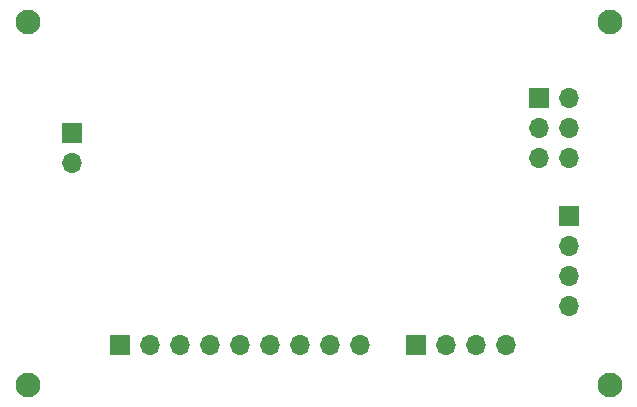
<source format=gbr>
%TF.GenerationSoftware,KiCad,Pcbnew,7.0.6-7.0.6~ubuntu22.10.1*%
%TF.CreationDate,2023-08-26T18:05:47+03:00*%
%TF.ProjectId,MCU Datalogger,4d435520-4461-4746-916c-6f676765722e,rev?*%
%TF.SameCoordinates,Original*%
%TF.FileFunction,Soldermask,Bot*%
%TF.FilePolarity,Negative*%
%FSLAX46Y46*%
G04 Gerber Fmt 4.6, Leading zero omitted, Abs format (unit mm)*
G04 Created by KiCad (PCBNEW 7.0.6-7.0.6~ubuntu22.10.1) date 2023-08-26 18:05:47*
%MOMM*%
%LPD*%
G01*
G04 APERTURE LIST*
%ADD10R,1.700000X1.700000*%
%ADD11O,1.700000X1.700000*%
%ADD12C,2.100000*%
G04 APERTURE END LIST*
D10*
%TO.C,J4*%
X118460000Y-62420000D03*
D11*
X121000000Y-62420000D03*
X118460000Y-64960000D03*
X121000000Y-64960000D03*
X118460000Y-67500000D03*
X121000000Y-67500000D03*
%TD*%
D12*
%TO.C,H3*%
X124500000Y-56000000D03*
%TD*%
D10*
%TO.C,J1*%
X121000000Y-72420000D03*
D11*
X121000000Y-74960000D03*
X121000000Y-77500000D03*
X121000000Y-80040000D03*
%TD*%
D12*
%TO.C,H4*%
X124500000Y-86750000D03*
%TD*%
D10*
%TO.C,J3*%
X108060000Y-83400000D03*
D11*
X110600000Y-83400000D03*
X113140000Y-83400000D03*
X115680000Y-83400000D03*
%TD*%
D10*
%TO.C,J2*%
X83060000Y-83400000D03*
D11*
X85600000Y-83400000D03*
X88140000Y-83400000D03*
X90680000Y-83400000D03*
X93220000Y-83400000D03*
X95760000Y-83400000D03*
X98300000Y-83400000D03*
X100840000Y-83400000D03*
X103380000Y-83400000D03*
%TD*%
D12*
%TO.C,H2*%
X75200000Y-86750000D03*
%TD*%
D10*
%TO.C,BT1*%
X79000000Y-65400000D03*
D11*
X79000000Y-67940000D03*
%TD*%
D12*
%TO.C,H1*%
X75200000Y-56000000D03*
%TD*%
M02*

</source>
